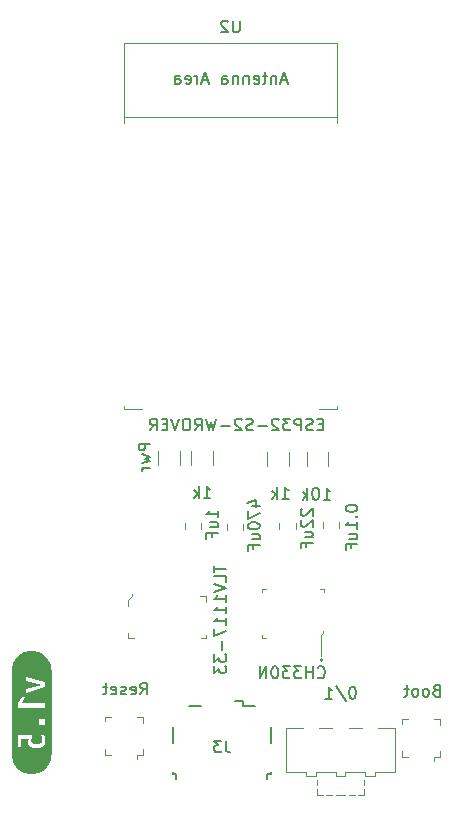
<source format=gbr>
%TF.GenerationSoftware,KiCad,Pcbnew,(6.0.1)*%
%TF.CreationDate,2022-04-26T22:40:30-05:00*%
%TF.ProjectId,LEDStripBoards,4c454453-7472-4697-9042-6f617264732e,rev?*%
%TF.SameCoordinates,Original*%
%TF.FileFunction,Legend,Bot*%
%TF.FilePolarity,Positive*%
%FSLAX46Y46*%
G04 Gerber Fmt 4.6, Leading zero omitted, Abs format (unit mm)*
G04 Created by KiCad (PCBNEW (6.0.1)) date 2022-04-26 22:40:30*
%MOMM*%
%LPD*%
G01*
G04 APERTURE LIST*
%ADD10C,0.120000*%
%ADD11C,0.150000*%
%ADD12C,0.100000*%
G04 APERTURE END LIST*
D10*
X120094327Y-121920000D02*
G75*
G03*
X120094327Y-121920000I-104727J0D01*
G01*
D11*
%TO.C,0.1uF*%
X122032780Y-109024942D02*
X122032780Y-109120180D01*
X122080400Y-109215419D01*
X122128019Y-109263038D01*
X122223257Y-109310657D01*
X122413733Y-109358276D01*
X122651828Y-109358276D01*
X122842304Y-109310657D01*
X122937542Y-109263038D01*
X122985161Y-109215419D01*
X123032780Y-109120180D01*
X123032780Y-109024942D01*
X122985161Y-108929704D01*
X122937542Y-108882085D01*
X122842304Y-108834466D01*
X122651828Y-108786847D01*
X122413733Y-108786847D01*
X122223257Y-108834466D01*
X122128019Y-108882085D01*
X122080400Y-108929704D01*
X122032780Y-109024942D01*
X122937542Y-109786847D02*
X122985161Y-109834466D01*
X123032780Y-109786847D01*
X122985161Y-109739228D01*
X122937542Y-109786847D01*
X123032780Y-109786847D01*
X123032780Y-110786847D02*
X123032780Y-110215419D01*
X123032780Y-110501133D02*
X122032780Y-110501133D01*
X122175638Y-110405895D01*
X122270876Y-110310657D01*
X122318495Y-110215419D01*
X122366114Y-111643990D02*
X123032780Y-111643990D01*
X122366114Y-111215419D02*
X122889923Y-111215419D01*
X122985161Y-111263038D01*
X123032780Y-111358276D01*
X123032780Y-111501133D01*
X122985161Y-111596371D01*
X122937542Y-111643990D01*
X122508971Y-112453514D02*
X122508971Y-112120180D01*
X123032780Y-112120180D02*
X122032780Y-112120180D01*
X122032780Y-112596371D01*
%TO.C,22uF*%
X118343419Y-109126542D02*
X118295800Y-109174161D01*
X118248180Y-109269400D01*
X118248180Y-109507495D01*
X118295800Y-109602733D01*
X118343419Y-109650352D01*
X118438657Y-109697971D01*
X118533895Y-109697971D01*
X118676752Y-109650352D01*
X119248180Y-109078923D01*
X119248180Y-109697971D01*
X118343419Y-110078923D02*
X118295800Y-110126542D01*
X118248180Y-110221780D01*
X118248180Y-110459876D01*
X118295800Y-110555114D01*
X118343419Y-110602733D01*
X118438657Y-110650352D01*
X118533895Y-110650352D01*
X118676752Y-110602733D01*
X119248180Y-110031304D01*
X119248180Y-110650352D01*
X118581514Y-111507495D02*
X119248180Y-111507495D01*
X118581514Y-111078923D02*
X119105323Y-111078923D01*
X119200561Y-111126542D01*
X119248180Y-111221780D01*
X119248180Y-111364638D01*
X119200561Y-111459876D01*
X119152942Y-111507495D01*
X118724371Y-112317019D02*
X118724371Y-111983685D01*
X119248180Y-111983685D02*
X118248180Y-111983685D01*
X118248180Y-112459876D01*
%TO.C,Pwr*%
X105506780Y-103603561D02*
X104506780Y-103603561D01*
X104506780Y-103984514D01*
X104554400Y-104079752D01*
X104602019Y-104127371D01*
X104697257Y-104174990D01*
X104840114Y-104174990D01*
X104935352Y-104127371D01*
X104982971Y-104079752D01*
X105030590Y-103984514D01*
X105030590Y-103603561D01*
X104840114Y-104508323D02*
X105506780Y-104698800D01*
X105030590Y-104889276D01*
X105506780Y-105079752D01*
X104840114Y-105270228D01*
X105506780Y-105651180D02*
X104840114Y-105651180D01*
X105030590Y-105651180D02*
X104935352Y-105698800D01*
X104887733Y-105746419D01*
X104840114Y-105841657D01*
X104840114Y-105936895D01*
%TO.C,1k*%
X110024847Y-108224580D02*
X110596276Y-108224580D01*
X110310561Y-108224580D02*
X110310561Y-107224580D01*
X110405800Y-107367438D01*
X110501038Y-107462676D01*
X110596276Y-107510295D01*
X109596276Y-108224580D02*
X109596276Y-107224580D01*
X109501038Y-107843628D02*
X109215323Y-108224580D01*
X109215323Y-107557914D02*
X109596276Y-107938866D01*
X116654247Y-108275380D02*
X117225676Y-108275380D01*
X116939961Y-108275380D02*
X116939961Y-107275380D01*
X117035200Y-107418238D01*
X117130438Y-107513476D01*
X117225676Y-107561095D01*
X116225676Y-108275380D02*
X116225676Y-107275380D01*
X116130438Y-107894428D02*
X115844723Y-108275380D01*
X115844723Y-107608714D02*
X116225676Y-107989666D01*
%TO.C,10k*%
X120178438Y-108351580D02*
X120749866Y-108351580D01*
X120464152Y-108351580D02*
X120464152Y-107351580D01*
X120559390Y-107494438D01*
X120654628Y-107589676D01*
X120749866Y-107637295D01*
X119559390Y-107351580D02*
X119464152Y-107351580D01*
X119368914Y-107399200D01*
X119321295Y-107446819D01*
X119273676Y-107542057D01*
X119226057Y-107732533D01*
X119226057Y-107970628D01*
X119273676Y-108161104D01*
X119321295Y-108256342D01*
X119368914Y-108303961D01*
X119464152Y-108351580D01*
X119559390Y-108351580D01*
X119654628Y-108303961D01*
X119702247Y-108256342D01*
X119749866Y-108161104D01*
X119797485Y-107970628D01*
X119797485Y-107732533D01*
X119749866Y-107542057D01*
X119702247Y-107446819D01*
X119654628Y-107399200D01*
X119559390Y-107351580D01*
X118797485Y-108351580D02*
X118797485Y-107351580D01*
X118702247Y-107970628D02*
X118416533Y-108351580D01*
X118416533Y-107684914D02*
X118797485Y-108065866D01*
%TO.C,U2*%
X113061904Y-67777380D02*
X113061904Y-68586904D01*
X113014285Y-68682142D01*
X112966666Y-68729761D01*
X112871428Y-68777380D01*
X112680952Y-68777380D01*
X112585714Y-68729761D01*
X112538095Y-68682142D01*
X112490476Y-68586904D01*
X112490476Y-67777380D01*
X112061904Y-67872619D02*
X112014285Y-67825000D01*
X111919047Y-67777380D01*
X111680952Y-67777380D01*
X111585714Y-67825000D01*
X111538095Y-67872619D01*
X111490476Y-67967857D01*
X111490476Y-68063095D01*
X111538095Y-68205952D01*
X112109523Y-68777380D01*
X111490476Y-68777380D01*
X120136323Y-101960371D02*
X119802990Y-101960371D01*
X119660133Y-102484180D02*
X120136323Y-102484180D01*
X120136323Y-101484180D01*
X119660133Y-101484180D01*
X119279180Y-102436561D02*
X119136323Y-102484180D01*
X118898228Y-102484180D01*
X118802990Y-102436561D01*
X118755371Y-102388942D01*
X118707752Y-102293704D01*
X118707752Y-102198466D01*
X118755371Y-102103228D01*
X118802990Y-102055609D01*
X118898228Y-102007990D01*
X119088704Y-101960371D01*
X119183942Y-101912752D01*
X119231561Y-101865133D01*
X119279180Y-101769895D01*
X119279180Y-101674657D01*
X119231561Y-101579419D01*
X119183942Y-101531800D01*
X119088704Y-101484180D01*
X118850609Y-101484180D01*
X118707752Y-101531800D01*
X118279180Y-102484180D02*
X118279180Y-101484180D01*
X117898228Y-101484180D01*
X117802990Y-101531800D01*
X117755371Y-101579419D01*
X117707752Y-101674657D01*
X117707752Y-101817514D01*
X117755371Y-101912752D01*
X117802990Y-101960371D01*
X117898228Y-102007990D01*
X118279180Y-102007990D01*
X117374419Y-101484180D02*
X116755371Y-101484180D01*
X117088704Y-101865133D01*
X116945847Y-101865133D01*
X116850609Y-101912752D01*
X116802990Y-101960371D01*
X116755371Y-102055609D01*
X116755371Y-102293704D01*
X116802990Y-102388942D01*
X116850609Y-102436561D01*
X116945847Y-102484180D01*
X117231561Y-102484180D01*
X117326800Y-102436561D01*
X117374419Y-102388942D01*
X116374419Y-101579419D02*
X116326800Y-101531800D01*
X116231561Y-101484180D01*
X115993466Y-101484180D01*
X115898228Y-101531800D01*
X115850609Y-101579419D01*
X115802990Y-101674657D01*
X115802990Y-101769895D01*
X115850609Y-101912752D01*
X116422038Y-102484180D01*
X115802990Y-102484180D01*
X115374419Y-102103228D02*
X114612514Y-102103228D01*
X114183942Y-102436561D02*
X114041085Y-102484180D01*
X113802990Y-102484180D01*
X113707752Y-102436561D01*
X113660133Y-102388942D01*
X113612514Y-102293704D01*
X113612514Y-102198466D01*
X113660133Y-102103228D01*
X113707752Y-102055609D01*
X113802990Y-102007990D01*
X113993466Y-101960371D01*
X114088704Y-101912752D01*
X114136323Y-101865133D01*
X114183942Y-101769895D01*
X114183942Y-101674657D01*
X114136323Y-101579419D01*
X114088704Y-101531800D01*
X113993466Y-101484180D01*
X113755371Y-101484180D01*
X113612514Y-101531800D01*
X113231561Y-101579419D02*
X113183942Y-101531800D01*
X113088704Y-101484180D01*
X112850609Y-101484180D01*
X112755371Y-101531800D01*
X112707752Y-101579419D01*
X112660133Y-101674657D01*
X112660133Y-101769895D01*
X112707752Y-101912752D01*
X113279180Y-102484180D01*
X112660133Y-102484180D01*
X112231561Y-102103228D02*
X111469657Y-102103228D01*
X111088704Y-101484180D02*
X110850609Y-102484180D01*
X110660133Y-101769895D01*
X110469657Y-102484180D01*
X110231561Y-101484180D01*
X109279180Y-102484180D02*
X109612514Y-102007990D01*
X109850609Y-102484180D02*
X109850609Y-101484180D01*
X109469657Y-101484180D01*
X109374419Y-101531800D01*
X109326800Y-101579419D01*
X109279180Y-101674657D01*
X109279180Y-101817514D01*
X109326800Y-101912752D01*
X109374419Y-101960371D01*
X109469657Y-102007990D01*
X109850609Y-102007990D01*
X108660133Y-101484180D02*
X108469657Y-101484180D01*
X108374419Y-101531800D01*
X108279180Y-101627038D01*
X108231561Y-101817514D01*
X108231561Y-102150847D01*
X108279180Y-102341323D01*
X108374419Y-102436561D01*
X108469657Y-102484180D01*
X108660133Y-102484180D01*
X108755371Y-102436561D01*
X108850609Y-102341323D01*
X108898228Y-102150847D01*
X108898228Y-101817514D01*
X108850609Y-101627038D01*
X108755371Y-101531800D01*
X108660133Y-101484180D01*
X107945847Y-101484180D02*
X107612514Y-102484180D01*
X107279180Y-101484180D01*
X106945847Y-101960371D02*
X106612514Y-101960371D01*
X106469657Y-102484180D02*
X106945847Y-102484180D01*
X106945847Y-101484180D01*
X106469657Y-101484180D01*
X105469657Y-102484180D02*
X105802990Y-102007990D01*
X106041085Y-102484180D02*
X106041085Y-101484180D01*
X105660133Y-101484180D01*
X105564895Y-101531800D01*
X105517276Y-101579419D01*
X105469657Y-101674657D01*
X105469657Y-101817514D01*
X105517276Y-101912752D01*
X105564895Y-101960371D01*
X105660133Y-102007990D01*
X106041085Y-102007990D01*
X117061904Y-72841666D02*
X116585714Y-72841666D01*
X117157142Y-73127380D02*
X116823809Y-72127380D01*
X116490476Y-73127380D01*
X116157142Y-72460714D02*
X116157142Y-73127380D01*
X116157142Y-72555952D02*
X116109523Y-72508333D01*
X116014285Y-72460714D01*
X115871428Y-72460714D01*
X115776190Y-72508333D01*
X115728571Y-72603571D01*
X115728571Y-73127380D01*
X115395238Y-72460714D02*
X115014285Y-72460714D01*
X115252380Y-72127380D02*
X115252380Y-72984523D01*
X115204761Y-73079761D01*
X115109523Y-73127380D01*
X115014285Y-73127380D01*
X114300000Y-73079761D02*
X114395238Y-73127380D01*
X114585714Y-73127380D01*
X114680952Y-73079761D01*
X114728571Y-72984523D01*
X114728571Y-72603571D01*
X114680952Y-72508333D01*
X114585714Y-72460714D01*
X114395238Y-72460714D01*
X114300000Y-72508333D01*
X114252380Y-72603571D01*
X114252380Y-72698809D01*
X114728571Y-72794047D01*
X113823809Y-72460714D02*
X113823809Y-73127380D01*
X113823809Y-72555952D02*
X113776190Y-72508333D01*
X113680952Y-72460714D01*
X113538095Y-72460714D01*
X113442857Y-72508333D01*
X113395238Y-72603571D01*
X113395238Y-73127380D01*
X112919047Y-72460714D02*
X112919047Y-73127380D01*
X112919047Y-72555952D02*
X112871428Y-72508333D01*
X112776190Y-72460714D01*
X112633333Y-72460714D01*
X112538095Y-72508333D01*
X112490476Y-72603571D01*
X112490476Y-73127380D01*
X111585714Y-73127380D02*
X111585714Y-72603571D01*
X111633333Y-72508333D01*
X111728571Y-72460714D01*
X111919047Y-72460714D01*
X112014285Y-72508333D01*
X111585714Y-73079761D02*
X111680952Y-73127380D01*
X111919047Y-73127380D01*
X112014285Y-73079761D01*
X112061904Y-72984523D01*
X112061904Y-72889285D01*
X112014285Y-72794047D01*
X111919047Y-72746428D01*
X111680952Y-72746428D01*
X111585714Y-72698809D01*
X110395238Y-72841666D02*
X109919047Y-72841666D01*
X110490476Y-73127380D02*
X110157142Y-72127380D01*
X109823809Y-73127380D01*
X109490476Y-73127380D02*
X109490476Y-72460714D01*
X109490476Y-72651190D02*
X109442857Y-72555952D01*
X109395238Y-72508333D01*
X109300000Y-72460714D01*
X109204761Y-72460714D01*
X108490476Y-73079761D02*
X108585714Y-73127380D01*
X108776190Y-73127380D01*
X108871428Y-73079761D01*
X108919047Y-72984523D01*
X108919047Y-72603571D01*
X108871428Y-72508333D01*
X108776190Y-72460714D01*
X108585714Y-72460714D01*
X108490476Y-72508333D01*
X108442857Y-72603571D01*
X108442857Y-72698809D01*
X108919047Y-72794047D01*
X107585714Y-73127380D02*
X107585714Y-72603571D01*
X107633333Y-72508333D01*
X107728571Y-72460714D01*
X107919047Y-72460714D01*
X108014285Y-72508333D01*
X107585714Y-73079761D02*
X107680952Y-73127380D01*
X107919047Y-73127380D01*
X108014285Y-73079761D01*
X108061904Y-72984523D01*
X108061904Y-72889285D01*
X108014285Y-72794047D01*
X107919047Y-72746428D01*
X107680952Y-72746428D01*
X107585714Y-72698809D01*
%TO.C,470uF*%
X114085714Y-108847142D02*
X114752380Y-108847142D01*
X113704761Y-108609047D02*
X114419047Y-108370952D01*
X114419047Y-108990000D01*
X113752380Y-109275714D02*
X113752380Y-109942380D01*
X114752380Y-109513809D01*
X113752380Y-110513809D02*
X113752380Y-110609047D01*
X113800000Y-110704285D01*
X113847619Y-110751904D01*
X113942857Y-110799523D01*
X114133333Y-110847142D01*
X114371428Y-110847142D01*
X114561904Y-110799523D01*
X114657142Y-110751904D01*
X114704761Y-110704285D01*
X114752380Y-110609047D01*
X114752380Y-110513809D01*
X114704761Y-110418571D01*
X114657142Y-110370952D01*
X114561904Y-110323333D01*
X114371428Y-110275714D01*
X114133333Y-110275714D01*
X113942857Y-110323333D01*
X113847619Y-110370952D01*
X113800000Y-110418571D01*
X113752380Y-110513809D01*
X114085714Y-111704285D02*
X114752380Y-111704285D01*
X114085714Y-111275714D02*
X114609523Y-111275714D01*
X114704761Y-111323333D01*
X114752380Y-111418571D01*
X114752380Y-111561428D01*
X114704761Y-111656666D01*
X114657142Y-111704285D01*
X114228571Y-112513809D02*
X114228571Y-112180476D01*
X114752380Y-112180476D02*
X113752380Y-112180476D01*
X113752380Y-112656666D01*
%TO.C,TLV1117-33*%
X110932980Y-113921161D02*
X110932980Y-114492590D01*
X111932980Y-114206876D02*
X110932980Y-114206876D01*
X111932980Y-115302114D02*
X111932980Y-114825923D01*
X110932980Y-114825923D01*
X110932980Y-115492590D02*
X111932980Y-115825923D01*
X110932980Y-116159257D01*
X111932980Y-117016400D02*
X111932980Y-116444971D01*
X111932980Y-116730685D02*
X110932980Y-116730685D01*
X111075838Y-116635447D01*
X111171076Y-116540209D01*
X111218695Y-116444971D01*
X111932980Y-117968780D02*
X111932980Y-117397352D01*
X111932980Y-117683066D02*
X110932980Y-117683066D01*
X111075838Y-117587828D01*
X111171076Y-117492590D01*
X111218695Y-117397352D01*
X111932980Y-118921161D02*
X111932980Y-118349733D01*
X111932980Y-118635447D02*
X110932980Y-118635447D01*
X111075838Y-118540209D01*
X111171076Y-118444971D01*
X111218695Y-118349733D01*
X110932980Y-119254495D02*
X110932980Y-119921161D01*
X111932980Y-119492590D01*
X111552028Y-120302114D02*
X111552028Y-121064019D01*
X110932980Y-121444971D02*
X110932980Y-122064019D01*
X111313933Y-121730685D01*
X111313933Y-121873542D01*
X111361552Y-121968780D01*
X111409171Y-122016400D01*
X111504409Y-122064019D01*
X111742504Y-122064019D01*
X111837742Y-122016400D01*
X111885361Y-121968780D01*
X111932980Y-121873542D01*
X111932980Y-121587828D01*
X111885361Y-121492590D01*
X111837742Y-121444971D01*
X110932980Y-122397352D02*
X110932980Y-123016400D01*
X111313933Y-122683066D01*
X111313933Y-122825923D01*
X111361552Y-122921161D01*
X111409171Y-122968780D01*
X111504409Y-123016400D01*
X111742504Y-123016400D01*
X111837742Y-122968780D01*
X111885361Y-122921161D01*
X111932980Y-122825923D01*
X111932980Y-122540209D01*
X111885361Y-122444971D01*
X111837742Y-122397352D01*
%TO.C,CH330N*%
X119667066Y-123369342D02*
X119714685Y-123416961D01*
X119857542Y-123464580D01*
X119952780Y-123464580D01*
X120095638Y-123416961D01*
X120190876Y-123321723D01*
X120238495Y-123226485D01*
X120286114Y-123036009D01*
X120286114Y-122893152D01*
X120238495Y-122702676D01*
X120190876Y-122607438D01*
X120095638Y-122512200D01*
X119952780Y-122464580D01*
X119857542Y-122464580D01*
X119714685Y-122512200D01*
X119667066Y-122559819D01*
X119238495Y-123464580D02*
X119238495Y-122464580D01*
X119238495Y-122940771D02*
X118667066Y-122940771D01*
X118667066Y-123464580D02*
X118667066Y-122464580D01*
X118286114Y-122464580D02*
X117667066Y-122464580D01*
X118000400Y-122845533D01*
X117857542Y-122845533D01*
X117762304Y-122893152D01*
X117714685Y-122940771D01*
X117667066Y-123036009D01*
X117667066Y-123274104D01*
X117714685Y-123369342D01*
X117762304Y-123416961D01*
X117857542Y-123464580D01*
X118143257Y-123464580D01*
X118238495Y-123416961D01*
X118286114Y-123369342D01*
X117333733Y-122464580D02*
X116714685Y-122464580D01*
X117048019Y-122845533D01*
X116905161Y-122845533D01*
X116809923Y-122893152D01*
X116762304Y-122940771D01*
X116714685Y-123036009D01*
X116714685Y-123274104D01*
X116762304Y-123369342D01*
X116809923Y-123416961D01*
X116905161Y-123464580D01*
X117190876Y-123464580D01*
X117286114Y-123416961D01*
X117333733Y-123369342D01*
X116095638Y-122464580D02*
X116000400Y-122464580D01*
X115905161Y-122512200D01*
X115857542Y-122559819D01*
X115809923Y-122655057D01*
X115762304Y-122845533D01*
X115762304Y-123083628D01*
X115809923Y-123274104D01*
X115857542Y-123369342D01*
X115905161Y-123416961D01*
X116000400Y-123464580D01*
X116095638Y-123464580D01*
X116190876Y-123416961D01*
X116238495Y-123369342D01*
X116286114Y-123274104D01*
X116333733Y-123083628D01*
X116333733Y-122845533D01*
X116286114Y-122655057D01*
X116238495Y-122559819D01*
X116190876Y-122512200D01*
X116095638Y-122464580D01*
X115333733Y-123464580D02*
X115333733Y-122464580D01*
X114762304Y-123464580D01*
X114762304Y-122464580D01*
%TO.C,1uF*%
X111247180Y-109843961D02*
X111247180Y-109272533D01*
X111247180Y-109558247D02*
X110247180Y-109558247D01*
X110390038Y-109463009D01*
X110485276Y-109367771D01*
X110532895Y-109272533D01*
X110580514Y-110701104D02*
X111247180Y-110701104D01*
X110580514Y-110272533D02*
X111104323Y-110272533D01*
X111199561Y-110320152D01*
X111247180Y-110415390D01*
X111247180Y-110558247D01*
X111199561Y-110653485D01*
X111151942Y-110701104D01*
X110723371Y-111510628D02*
X110723371Y-111177295D01*
X111247180Y-111177295D02*
X110247180Y-111177295D01*
X110247180Y-111653485D01*
%TO.C,0/1*%
X122662819Y-124192380D02*
X122567580Y-124192380D01*
X122472342Y-124240000D01*
X122424723Y-124287619D01*
X122377104Y-124382857D01*
X122329485Y-124573333D01*
X122329485Y-124811428D01*
X122377104Y-125001904D01*
X122424723Y-125097142D01*
X122472342Y-125144761D01*
X122567580Y-125192380D01*
X122662819Y-125192380D01*
X122758057Y-125144761D01*
X122805676Y-125097142D01*
X122853295Y-125001904D01*
X122900914Y-124811428D01*
X122900914Y-124573333D01*
X122853295Y-124382857D01*
X122805676Y-124287619D01*
X122758057Y-124240000D01*
X122662819Y-124192380D01*
X121186628Y-124144761D02*
X122043771Y-125430476D01*
X120329485Y-125192380D02*
X120900914Y-125192380D01*
X120615200Y-125192380D02*
X120615200Y-124192380D01*
X120710438Y-124335238D01*
X120805676Y-124430476D01*
X120900914Y-124478095D01*
%TO.C,J3*%
X111900293Y-128738380D02*
X111900293Y-129452666D01*
X111947912Y-129595523D01*
X112043150Y-129690761D01*
X112186007Y-129738380D01*
X112281245Y-129738380D01*
X111519340Y-128738380D02*
X110900293Y-128738380D01*
X111233626Y-129119333D01*
X111090769Y-129119333D01*
X110995531Y-129166952D01*
X110947912Y-129214571D01*
X110900293Y-129309809D01*
X110900293Y-129547904D01*
X110947912Y-129643142D01*
X110995531Y-129690761D01*
X111090769Y-129738380D01*
X111376483Y-129738380D01*
X111471721Y-129690761D01*
X111519340Y-129643142D01*
%TO.C,Reset*%
X104666895Y-124836180D02*
X105000228Y-124359990D01*
X105238323Y-124836180D02*
X105238323Y-123836180D01*
X104857371Y-123836180D01*
X104762133Y-123883800D01*
X104714514Y-123931419D01*
X104666895Y-124026657D01*
X104666895Y-124169514D01*
X104714514Y-124264752D01*
X104762133Y-124312371D01*
X104857371Y-124359990D01*
X105238323Y-124359990D01*
X103857371Y-124788561D02*
X103952609Y-124836180D01*
X104143085Y-124836180D01*
X104238323Y-124788561D01*
X104285942Y-124693323D01*
X104285942Y-124312371D01*
X104238323Y-124217133D01*
X104143085Y-124169514D01*
X103952609Y-124169514D01*
X103857371Y-124217133D01*
X103809752Y-124312371D01*
X103809752Y-124407609D01*
X104285942Y-124502847D01*
X103428800Y-124788561D02*
X103333561Y-124836180D01*
X103143085Y-124836180D01*
X103047847Y-124788561D01*
X103000228Y-124693323D01*
X103000228Y-124645704D01*
X103047847Y-124550466D01*
X103143085Y-124502847D01*
X103285942Y-124502847D01*
X103381180Y-124455228D01*
X103428800Y-124359990D01*
X103428800Y-124312371D01*
X103381180Y-124217133D01*
X103285942Y-124169514D01*
X103143085Y-124169514D01*
X103047847Y-124217133D01*
X102190704Y-124788561D02*
X102285942Y-124836180D01*
X102476419Y-124836180D01*
X102571657Y-124788561D01*
X102619276Y-124693323D01*
X102619276Y-124312371D01*
X102571657Y-124217133D01*
X102476419Y-124169514D01*
X102285942Y-124169514D01*
X102190704Y-124217133D01*
X102143085Y-124312371D01*
X102143085Y-124407609D01*
X102619276Y-124502847D01*
X101857371Y-124169514D02*
X101476419Y-124169514D01*
X101714514Y-123836180D02*
X101714514Y-124693323D01*
X101666895Y-124788561D01*
X101571657Y-124836180D01*
X101476419Y-124836180D01*
%TO.C,Boot*%
X129719247Y-124490171D02*
X129576390Y-124537790D01*
X129528771Y-124585409D01*
X129481152Y-124680647D01*
X129481152Y-124823504D01*
X129528771Y-124918742D01*
X129576390Y-124966361D01*
X129671628Y-125013980D01*
X130052580Y-125013980D01*
X130052580Y-124013980D01*
X129719247Y-124013980D01*
X129624009Y-124061600D01*
X129576390Y-124109219D01*
X129528771Y-124204457D01*
X129528771Y-124299695D01*
X129576390Y-124394933D01*
X129624009Y-124442552D01*
X129719247Y-124490171D01*
X130052580Y-124490171D01*
X128909723Y-125013980D02*
X129004961Y-124966361D01*
X129052580Y-124918742D01*
X129100200Y-124823504D01*
X129100200Y-124537790D01*
X129052580Y-124442552D01*
X129004961Y-124394933D01*
X128909723Y-124347314D01*
X128766866Y-124347314D01*
X128671628Y-124394933D01*
X128624009Y-124442552D01*
X128576390Y-124537790D01*
X128576390Y-124823504D01*
X128624009Y-124918742D01*
X128671628Y-124966361D01*
X128766866Y-125013980D01*
X128909723Y-125013980D01*
X128004961Y-125013980D02*
X128100200Y-124966361D01*
X128147819Y-124918742D01*
X128195438Y-124823504D01*
X128195438Y-124537790D01*
X128147819Y-124442552D01*
X128100200Y-124394933D01*
X128004961Y-124347314D01*
X127862104Y-124347314D01*
X127766866Y-124394933D01*
X127719247Y-124442552D01*
X127671628Y-124537790D01*
X127671628Y-124823504D01*
X127719247Y-124918742D01*
X127766866Y-124966361D01*
X127862104Y-125013980D01*
X128004961Y-125013980D01*
X127385914Y-124347314D02*
X127004961Y-124347314D01*
X127243057Y-124013980D02*
X127243057Y-124871123D01*
X127195438Y-124966361D01*
X127100200Y-125013980D01*
X127004961Y-125013980D01*
%TO.C,kibuzzard-6268B47B*%
G36*
X93773945Y-122675490D02*
G01*
X93798242Y-122511691D01*
X93838478Y-122351062D01*
X93894264Y-122195150D01*
X93965064Y-122045457D01*
X94050195Y-121903424D01*
X94148837Y-121770420D01*
X94260042Y-121647724D01*
X94382737Y-121536520D01*
X94515742Y-121437877D01*
X94657774Y-121352746D01*
X94807468Y-121281946D01*
X94963379Y-121226160D01*
X95124008Y-121185925D01*
X95287808Y-121161627D01*
X95453200Y-121153502D01*
X95618592Y-121161627D01*
X95782392Y-121185925D01*
X95943021Y-121226160D01*
X96098932Y-121281946D01*
X96248626Y-121352746D01*
X96390658Y-121437877D01*
X96523663Y-121536520D01*
X96646358Y-121647724D01*
X96757563Y-121770420D01*
X96856205Y-121903424D01*
X96941336Y-122045457D01*
X97012136Y-122195150D01*
X97067922Y-122351062D01*
X97108158Y-122511691D01*
X97132455Y-122675490D01*
X97140580Y-122840882D01*
X97140580Y-129889118D01*
X97132455Y-130054510D01*
X97108158Y-130218309D01*
X97067922Y-130378938D01*
X97012136Y-130534850D01*
X96941336Y-130684543D01*
X96856205Y-130826576D01*
X96757563Y-130959580D01*
X96646358Y-131082276D01*
X96523663Y-131193480D01*
X96390658Y-131292123D01*
X96248625Y-131377254D01*
X96098932Y-131448054D01*
X95943021Y-131503840D01*
X95782392Y-131544075D01*
X95618592Y-131568373D01*
X95453200Y-131576498D01*
X95287808Y-131568373D01*
X95124008Y-131544075D01*
X94963379Y-131503840D01*
X94807468Y-131448054D01*
X94657775Y-131377254D01*
X94515742Y-131292123D01*
X94382737Y-131193480D01*
X94260042Y-131082276D01*
X94148837Y-130959580D01*
X94050195Y-130826576D01*
X93965064Y-130684543D01*
X93894264Y-130534850D01*
X93838478Y-130378938D01*
X93798242Y-130218309D01*
X93773945Y-130054510D01*
X93765820Y-129889118D01*
X93765820Y-129312988D01*
X94278450Y-129312988D01*
X94551500Y-129312988D01*
X94551500Y-128604963D01*
X95192850Y-128582738D01*
X95192850Y-128589088D01*
X95133319Y-128717675D01*
X95113475Y-128868488D01*
X95143320Y-129051368D01*
X95232855Y-129193608D01*
X95382080Y-129295208D01*
X95590995Y-129356168D01*
X95859600Y-129376488D01*
X96108661Y-129358143D01*
X96305511Y-129303110D01*
X96450150Y-129211388D01*
X96548928Y-129079801D01*
X96608194Y-128905176D01*
X96627950Y-128687513D01*
X96604138Y-128451769D01*
X96532700Y-128233488D01*
X96231075Y-128233488D01*
X96321563Y-128450181D01*
X96351725Y-128662113D01*
X96324341Y-128824038D01*
X96242188Y-128935163D01*
X96091772Y-128999456D01*
X95859600Y-129020888D01*
X95639334Y-129005806D01*
X95492888Y-128960563D01*
X95383350Y-128773238D01*
X95415100Y-128651794D01*
X95510350Y-128541463D01*
X95510350Y-128249363D01*
X94278450Y-128281113D01*
X94278450Y-129312988D01*
X93765820Y-129312988D01*
X93765820Y-127455613D01*
X96056450Y-127455613D01*
X96596200Y-127455613D01*
X96596200Y-126947613D01*
X96056450Y-126947613D01*
X96056450Y-127455613D01*
X93765820Y-127455613D01*
X93765820Y-125953838D01*
X94278450Y-125953838D01*
X96596200Y-125953838D01*
X96596200Y-125598238D01*
X94611825Y-125598238D01*
X94608650Y-125591888D01*
X94913450Y-125045788D01*
X94602300Y-125045788D01*
X94278450Y-125601413D01*
X94278450Y-125953838D01*
X93765820Y-125953838D01*
X93765820Y-123715463D01*
X94945200Y-123715463D01*
X96342200Y-124023438D01*
X96342200Y-124029788D01*
X94945200Y-124337763D01*
X94945200Y-124687013D01*
X96596200Y-124242513D01*
X96596200Y-123798013D01*
X94945200Y-123353513D01*
X94945200Y-123715463D01*
X93765820Y-123715463D01*
X93765820Y-122840882D01*
X93773945Y-122675490D01*
G37*
D10*
%TO.C,0.1uF*%
X120092400Y-110776278D02*
X120092400Y-110259122D01*
X121512400Y-110776278D02*
X121512400Y-110259122D01*
%TO.C,22uF*%
X116434800Y-110827078D02*
X116434800Y-110309922D01*
X117854800Y-110827078D02*
X117854800Y-110309922D01*
%TO.C,Pwr*%
X107996400Y-105430864D02*
X107996400Y-104226736D01*
X106176400Y-105430864D02*
X106176400Y-104226736D01*
%TO.C,1k*%
X110785000Y-105427064D02*
X110785000Y-104222936D01*
X108965000Y-105427064D02*
X108965000Y-104222936D01*
X117216600Y-105507064D02*
X117216600Y-104302936D01*
X115396600Y-105507064D02*
X115396600Y-104302936D01*
%TO.C,10k*%
X118765000Y-104272936D02*
X118765000Y-105477064D01*
X120585000Y-104272936D02*
X120585000Y-105477064D01*
%TO.C,U2*%
X103300000Y-69675000D02*
X103300000Y-76425000D01*
X121300000Y-69675000D02*
X121300000Y-76425000D01*
X103300000Y-100675000D02*
X104800000Y-100675000D01*
X121300000Y-100675000D02*
X119800000Y-100675000D01*
X103300000Y-75975000D02*
X121300000Y-75975000D01*
X121300000Y-69675000D02*
X103300000Y-69675000D01*
X121300000Y-100675000D02*
X121300000Y-100425000D01*
X103300000Y-100675000D02*
X103300000Y-100425000D01*
%TO.C,470uF*%
X111964400Y-110903278D02*
X111964400Y-110386122D01*
X113384400Y-110903278D02*
X113384400Y-110386122D01*
D12*
%TO.C,TLV1117-33*%
X103950000Y-116525000D02*
X103950000Y-116330000D01*
X103650000Y-116850000D02*
X103950000Y-116525000D01*
X110200000Y-120075000D02*
X110200000Y-119775000D01*
X103650000Y-120075000D02*
X103650000Y-119675000D01*
X110200000Y-117000000D02*
X110200000Y-116525000D01*
X109825000Y-120075000D02*
X110200000Y-120075000D01*
X104150000Y-120075000D02*
X103650000Y-120075000D01*
X110200000Y-116525000D02*
X109750000Y-116525000D01*
X103650000Y-117325000D02*
X103650000Y-116850000D01*
%TO.C,CH330N*%
X114975000Y-120075000D02*
X115275000Y-120075000D01*
X119935000Y-119815000D02*
X119935000Y-121585000D01*
X114975000Y-115875000D02*
X114975000Y-116175000D01*
X114975000Y-119775000D02*
X114975000Y-120075000D01*
X119875000Y-115875000D02*
X120175000Y-115875000D01*
X114975000Y-115875000D02*
X115275000Y-115875000D01*
X120175000Y-115875000D02*
X120175000Y-116175000D01*
X120125000Y-119425000D02*
X120125000Y-119625000D01*
X120125000Y-119625000D02*
X119935000Y-119815000D01*
D10*
%TO.C,1uF*%
X108408400Y-110822478D02*
X108408400Y-110305322D01*
X109828400Y-110822478D02*
X109828400Y-110305322D01*
%TO.C,0/1*%
X120915200Y-133340000D02*
X120915200Y-133340000D01*
X122015200Y-133340000D02*
X122015200Y-133340000D01*
X126215200Y-127640000D02*
X124815200Y-127640000D01*
X121215200Y-131440000D02*
X121215200Y-131740000D01*
X118715200Y-131440000D02*
X118715200Y-131740000D01*
X119815200Y-127640000D02*
X120915200Y-127640000D01*
X120415200Y-133340000D02*
X120915200Y-133340000D01*
X118415200Y-127640000D02*
X117015200Y-127640000D01*
X119515200Y-131740000D02*
X119515200Y-131440000D01*
X123615200Y-132040000D02*
X123615200Y-132040000D01*
X119615200Y-133340000D02*
X120115200Y-133340000D01*
X123615200Y-133340000D02*
X123615200Y-132840000D01*
X123615200Y-133340000D02*
X123115200Y-133340000D01*
X123715200Y-131740000D02*
X124515200Y-131740000D01*
X122315200Y-133340000D02*
X122315200Y-133340000D01*
X119615200Y-132840000D02*
X119615200Y-132840000D01*
X118715200Y-131740000D02*
X119515200Y-131740000D01*
X123115200Y-133340000D02*
X123115200Y-133340000D01*
X121215200Y-131740000D02*
X122015200Y-131740000D01*
X120915200Y-127640000D02*
X120915200Y-127640000D01*
X117015200Y-127640000D02*
X117015200Y-131440000D01*
X117015200Y-131440000D02*
X118715200Y-131440000D01*
X119615200Y-132040000D02*
X119615200Y-132040000D01*
X123715200Y-131440000D02*
X123715200Y-131740000D01*
X120115200Y-133340000D02*
X120115200Y-133340000D01*
X119615200Y-132540000D02*
X119615200Y-132040000D01*
X122015200Y-131440000D02*
X123715200Y-131440000D01*
X119615200Y-133340000D02*
X119615200Y-132840000D01*
X126215200Y-131440000D02*
X126215200Y-127640000D01*
X123615200Y-132840000D02*
X123615200Y-132840000D01*
X124515200Y-131440000D02*
X126215200Y-131440000D01*
X122015200Y-131740000D02*
X122015200Y-131440000D01*
X126215200Y-131440000D02*
X126215200Y-131440000D01*
X123415200Y-127640000D02*
X123415200Y-127640000D01*
X124515200Y-131740000D02*
X124515200Y-131440000D01*
X123615200Y-132540000D02*
X123615200Y-132040000D01*
X122815200Y-133340000D02*
X122315200Y-133340000D01*
X119515200Y-131440000D02*
X121215200Y-131440000D01*
X122315200Y-127640000D02*
X123415200Y-127640000D01*
X121215200Y-133340000D02*
X122015200Y-133340000D01*
D11*
%TO.C,J3*%
X115716960Y-131386980D02*
X115716960Y-131536980D01*
X107416960Y-128986980D02*
X107416960Y-127586980D01*
X113366960Y-125411980D02*
X113366960Y-125836980D01*
X113366960Y-125836980D02*
X114366960Y-125836980D01*
X115716960Y-131536980D02*
X115416960Y-131536980D01*
X107716960Y-131986980D02*
X107716960Y-131536980D01*
X107716960Y-131536980D02*
X107416960Y-131536980D01*
X109766960Y-125836980D02*
X108766960Y-125836980D01*
X112641960Y-125411980D02*
X113366960Y-125411980D01*
X107416960Y-131536980D02*
X107416960Y-131386980D01*
X115716960Y-127586980D02*
X115716960Y-128986980D01*
X115416960Y-131536980D02*
X115416960Y-131986980D01*
D12*
%TO.C,Reset*%
X104876400Y-129920800D02*
X104376400Y-129920800D01*
X104876400Y-126720800D02*
X104376400Y-126720800D01*
X104876400Y-129920800D02*
X104876400Y-129420800D01*
X104876400Y-126720800D02*
X104876400Y-127220800D01*
X101676400Y-129920800D02*
X101676400Y-129420800D01*
X101676400Y-129920800D02*
X102176400Y-129920800D01*
X104376400Y-129920800D02*
X104376400Y-130320800D01*
X101676400Y-126720800D02*
X102176400Y-126720800D01*
X101676400Y-126720800D02*
X101676400Y-127120800D01*
%TO.C,Boot*%
X126847800Y-130098600D02*
X126847800Y-129598600D01*
X129547800Y-130098600D02*
X129547800Y-130498600D01*
X130047800Y-126898600D02*
X130047800Y-127398600D01*
X126847800Y-126898600D02*
X127347800Y-126898600D01*
X126847800Y-130098600D02*
X127347800Y-130098600D01*
X126847800Y-126898600D02*
X126847800Y-127298600D01*
X130047800Y-130098600D02*
X130047800Y-129598600D01*
X130047800Y-126898600D02*
X129547800Y-126898600D01*
X130047800Y-130098600D02*
X129547800Y-130098600D01*
%TD*%
M02*

</source>
